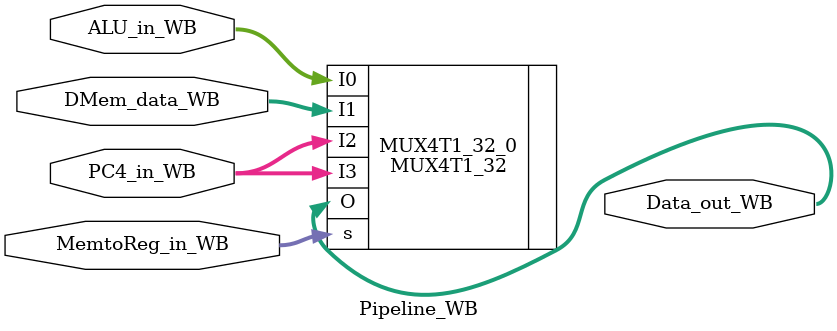
<source format=v>
`timescale 1ns / 1ps


module Pipeline_WB(
    input[31:0] PC4_in_WB, //PC+4ÊäÈë
    input[31:0] ALU_in_WB, //ALU½á¹ûÊä³ö
    input[31:0] DMem_data_WB, //´æ´¢Æ÷Êý¾ÝÊäÈë
    input[1:0] MemtoReg_in_WB, //Ð´»ØÑ¡Ôñ¿ØÖÆ
    output [31:0] Data_out_WB //Ð´»ØÊý¾ÝÊä³ö
    );

    MUX4T1_32 MUX4T1_32_0(
        .s(MemtoReg_in_WB),
        .I0(ALU_in_WB),
        .I1(DMem_data_WB),
        .I2(PC4_in_WB),
        .I3(PC4_in_WB),
        .O(Data_out_WB)
    );

endmodule

</source>
